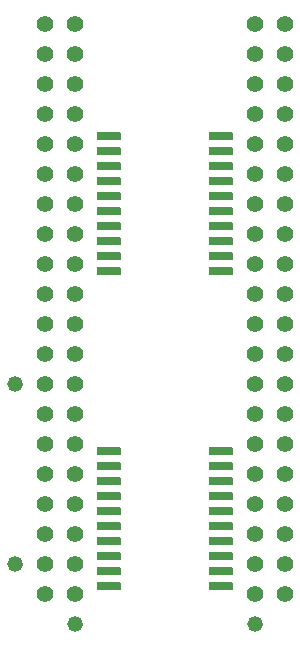
<source format=gbs>
G04 #@! TF.GenerationSoftware,KiCad,Pcbnew,8.0.1*
G04 #@! TF.CreationDate,2024-03-30T15:42:24-03:00*
G04 #@! TF.ProjectId,Sombrero_MSX_Goa'uld,536f6d62-7265-4726-9f5f-4d53585f476f,rev?*
G04 #@! TF.SameCoordinates,Original*
G04 #@! TF.FileFunction,Soldermask,Bot*
G04 #@! TF.FilePolarity,Negative*
%FSLAX46Y46*%
G04 Gerber Fmt 4.6, Leading zero omitted, Abs format (unit mm)*
G04 Created by KiCad (PCBNEW 8.0.1) date 2024-03-30 15:42:24*
%MOMM*%
%LPD*%
G01*
G04 APERTURE LIST*
G04 Aperture macros list*
%AMRoundRect*
0 Rectangle with rounded corners*
0 $1 Rounding radius*
0 $2 $3 $4 $5 $6 $7 $8 $9 X,Y pos of 4 corners*
0 Add a 4 corners polygon primitive as box body*
4,1,4,$2,$3,$4,$5,$6,$7,$8,$9,$2,$3,0*
0 Add four circle primitives for the rounded corners*
1,1,$1+$1,$2,$3*
1,1,$1+$1,$4,$5*
1,1,$1+$1,$6,$7*
1,1,$1+$1,$8,$9*
0 Add four rect primitives between the rounded corners*
20,1,$1+$1,$2,$3,$4,$5,0*
20,1,$1+$1,$4,$5,$6,$7,0*
20,1,$1+$1,$6,$7,$8,$9,0*
20,1,$1+$1,$8,$9,$2,$3,0*%
G04 Aperture macros list end*
%ADD10C,1.400000*%
%ADD11C,1.320800*%
%ADD12RoundRect,0.102000X0.901700X0.266700X-0.901700X0.266700X-0.901700X-0.266700X0.901700X-0.266700X0*%
%ADD13RoundRect,0.102000X-0.901700X-0.266700X0.901700X-0.266700X0.901700X0.266700X-0.901700X0.266700X0*%
G04 APERTURE END LIST*
D10*
X187960000Y-73660000D03*
X187960000Y-76200000D03*
X187960000Y-78740000D03*
X187960000Y-81280000D03*
X187960000Y-83820000D03*
X187960000Y-86360000D03*
X187960000Y-88900000D03*
X187960000Y-91440000D03*
X187960000Y-93980000D03*
X187960000Y-96520000D03*
X187960000Y-99060000D03*
X187960000Y-101600000D03*
X187960000Y-104140000D03*
X187960000Y-106680000D03*
X187960000Y-109220000D03*
X187960000Y-111760000D03*
X187960000Y-114300000D03*
X187960000Y-116840000D03*
X187960000Y-119380000D03*
X187960000Y-121920000D03*
X208280000Y-121920000D03*
X208280000Y-119380000D03*
X208280000Y-116840000D03*
X208280000Y-114300000D03*
X208280000Y-111760000D03*
X208280000Y-109220000D03*
X208280000Y-106680000D03*
X208280000Y-104140000D03*
X208280000Y-101600000D03*
X208280000Y-99060000D03*
X208280000Y-96520000D03*
X208280000Y-93980000D03*
X208280000Y-91440000D03*
X208280000Y-88900000D03*
X208280000Y-86360000D03*
X208280000Y-83820000D03*
X208280000Y-81280000D03*
X208280000Y-78740000D03*
X208280000Y-76200000D03*
X208280000Y-73660000D03*
X190500000Y-73660000D03*
X190500000Y-76200000D03*
X190500000Y-78740000D03*
X190500000Y-81280000D03*
X190500000Y-83820000D03*
X190500000Y-86360000D03*
X190500000Y-88900000D03*
X190500000Y-91440000D03*
X190500000Y-93980000D03*
X190500000Y-96520000D03*
X190500000Y-99060000D03*
X190500000Y-101600000D03*
X190500000Y-104140000D03*
X190500000Y-106680000D03*
X190500000Y-109220000D03*
X190500000Y-111760000D03*
X190500000Y-114300000D03*
X190500000Y-116840000D03*
X190500000Y-119380000D03*
X190500000Y-121920000D03*
X205740000Y-121920000D03*
X205740000Y-119380000D03*
X205740000Y-116840000D03*
X205740000Y-114300000D03*
X205740000Y-111760000D03*
X205740000Y-109220000D03*
X205740000Y-106680000D03*
X205740000Y-104140000D03*
X205740000Y-101600000D03*
X205740000Y-99060000D03*
X205740000Y-96520000D03*
X205740000Y-93980000D03*
X205740000Y-91440000D03*
X205740000Y-88900000D03*
X205740000Y-86360000D03*
X205740000Y-83820000D03*
X205740000Y-81280000D03*
X205740000Y-78740000D03*
X205740000Y-76200000D03*
X205740000Y-73660000D03*
D11*
X185420000Y-119380000D03*
X185420000Y-104140000D03*
X205740000Y-124460000D03*
X190500000Y-124460000D03*
D12*
X202895200Y-83185000D03*
X202895200Y-84455000D03*
X202895200Y-85725000D03*
X202895200Y-86995000D03*
X202895200Y-88265000D03*
X202895200Y-89535000D03*
X202895200Y-90805000D03*
X202895200Y-92075000D03*
X202895200Y-93345000D03*
X202895200Y-94615000D03*
X193344800Y-94615000D03*
X193344800Y-93345000D03*
X193344800Y-92075000D03*
X193344800Y-90805000D03*
X193344800Y-89535000D03*
X193344800Y-88265000D03*
X193344800Y-86995000D03*
X193344800Y-85725000D03*
X193344800Y-84455000D03*
X193344800Y-83185000D03*
D13*
X193344800Y-121285000D03*
X193344800Y-120015000D03*
X193344800Y-118745000D03*
X193344800Y-117475000D03*
X193344800Y-116205000D03*
X193344800Y-114935000D03*
X193344800Y-113665000D03*
X193344800Y-112395000D03*
X193344800Y-111125000D03*
X193344800Y-109855000D03*
X202895200Y-109855000D03*
X202895200Y-111125000D03*
X202895200Y-112395000D03*
X202895200Y-113665000D03*
X202895200Y-114935000D03*
X202895200Y-116205000D03*
X202895200Y-117475000D03*
X202895200Y-118745000D03*
X202895200Y-120015000D03*
X202895200Y-121285000D03*
M02*

</source>
